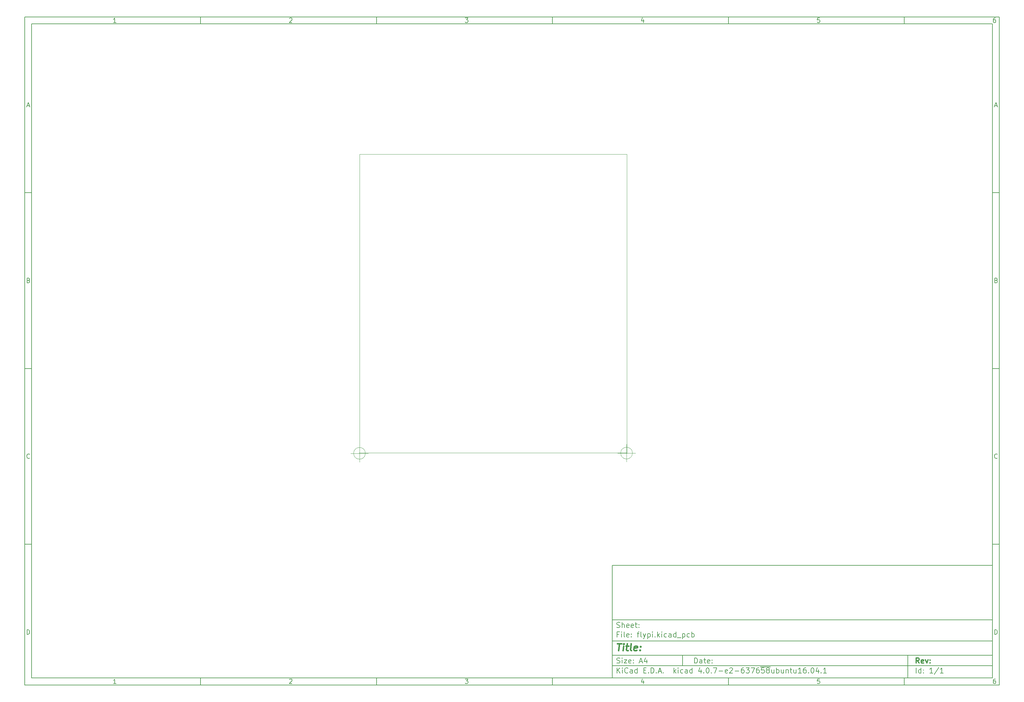
<source format=gbr>
G04 #@! TF.FileFunction,Profile,NP*
%FSLAX46Y46*%
G04 Gerber Fmt 4.6, Leading zero omitted, Abs format (unit mm)*
G04 Created by KiCad (PCBNEW 4.0.7-e2-6376~58~ubuntu16.04.1) date Fri Dec 29 18:16:50 2017*
%MOMM*%
%LPD*%
G01*
G04 APERTURE LIST*
%ADD10C,0.100000*%
%ADD11C,0.150000*%
%ADD12C,0.300000*%
%ADD13C,0.400000*%
G04 APERTURE END LIST*
D10*
D11*
X177002200Y-166007200D02*
X177002200Y-198007200D01*
X285002200Y-198007200D01*
X285002200Y-166007200D01*
X177002200Y-166007200D01*
D10*
D11*
X10000000Y-10000000D02*
X10000000Y-200007200D01*
X287002200Y-200007200D01*
X287002200Y-10000000D01*
X10000000Y-10000000D01*
D10*
D11*
X12000000Y-12000000D02*
X12000000Y-198007200D01*
X285002200Y-198007200D01*
X285002200Y-12000000D01*
X12000000Y-12000000D01*
D10*
D11*
X60000000Y-12000000D02*
X60000000Y-10000000D01*
D10*
D11*
X110000000Y-12000000D02*
X110000000Y-10000000D01*
D10*
D11*
X160000000Y-12000000D02*
X160000000Y-10000000D01*
D10*
D11*
X210000000Y-12000000D02*
X210000000Y-10000000D01*
D10*
D11*
X260000000Y-12000000D02*
X260000000Y-10000000D01*
D10*
D11*
X35990476Y-11588095D02*
X35247619Y-11588095D01*
X35619048Y-11588095D02*
X35619048Y-10288095D01*
X35495238Y-10473810D01*
X35371429Y-10597619D01*
X35247619Y-10659524D01*
D10*
D11*
X85247619Y-10411905D02*
X85309524Y-10350000D01*
X85433333Y-10288095D01*
X85742857Y-10288095D01*
X85866667Y-10350000D01*
X85928571Y-10411905D01*
X85990476Y-10535714D01*
X85990476Y-10659524D01*
X85928571Y-10845238D01*
X85185714Y-11588095D01*
X85990476Y-11588095D01*
D10*
D11*
X135185714Y-10288095D02*
X135990476Y-10288095D01*
X135557143Y-10783333D01*
X135742857Y-10783333D01*
X135866667Y-10845238D01*
X135928571Y-10907143D01*
X135990476Y-11030952D01*
X135990476Y-11340476D01*
X135928571Y-11464286D01*
X135866667Y-11526190D01*
X135742857Y-11588095D01*
X135371429Y-11588095D01*
X135247619Y-11526190D01*
X135185714Y-11464286D01*
D10*
D11*
X185866667Y-10721429D02*
X185866667Y-11588095D01*
X185557143Y-10226190D02*
X185247619Y-11154762D01*
X186052381Y-11154762D01*
D10*
D11*
X235928571Y-10288095D02*
X235309524Y-10288095D01*
X235247619Y-10907143D01*
X235309524Y-10845238D01*
X235433333Y-10783333D01*
X235742857Y-10783333D01*
X235866667Y-10845238D01*
X235928571Y-10907143D01*
X235990476Y-11030952D01*
X235990476Y-11340476D01*
X235928571Y-11464286D01*
X235866667Y-11526190D01*
X235742857Y-11588095D01*
X235433333Y-11588095D01*
X235309524Y-11526190D01*
X235247619Y-11464286D01*
D10*
D11*
X285866667Y-10288095D02*
X285619048Y-10288095D01*
X285495238Y-10350000D01*
X285433333Y-10411905D01*
X285309524Y-10597619D01*
X285247619Y-10845238D01*
X285247619Y-11340476D01*
X285309524Y-11464286D01*
X285371429Y-11526190D01*
X285495238Y-11588095D01*
X285742857Y-11588095D01*
X285866667Y-11526190D01*
X285928571Y-11464286D01*
X285990476Y-11340476D01*
X285990476Y-11030952D01*
X285928571Y-10907143D01*
X285866667Y-10845238D01*
X285742857Y-10783333D01*
X285495238Y-10783333D01*
X285371429Y-10845238D01*
X285309524Y-10907143D01*
X285247619Y-11030952D01*
D10*
D11*
X60000000Y-198007200D02*
X60000000Y-200007200D01*
D10*
D11*
X110000000Y-198007200D02*
X110000000Y-200007200D01*
D10*
D11*
X160000000Y-198007200D02*
X160000000Y-200007200D01*
D10*
D11*
X210000000Y-198007200D02*
X210000000Y-200007200D01*
D10*
D11*
X260000000Y-198007200D02*
X260000000Y-200007200D01*
D10*
D11*
X35990476Y-199595295D02*
X35247619Y-199595295D01*
X35619048Y-199595295D02*
X35619048Y-198295295D01*
X35495238Y-198481010D01*
X35371429Y-198604819D01*
X35247619Y-198666724D01*
D10*
D11*
X85247619Y-198419105D02*
X85309524Y-198357200D01*
X85433333Y-198295295D01*
X85742857Y-198295295D01*
X85866667Y-198357200D01*
X85928571Y-198419105D01*
X85990476Y-198542914D01*
X85990476Y-198666724D01*
X85928571Y-198852438D01*
X85185714Y-199595295D01*
X85990476Y-199595295D01*
D10*
D11*
X135185714Y-198295295D02*
X135990476Y-198295295D01*
X135557143Y-198790533D01*
X135742857Y-198790533D01*
X135866667Y-198852438D01*
X135928571Y-198914343D01*
X135990476Y-199038152D01*
X135990476Y-199347676D01*
X135928571Y-199471486D01*
X135866667Y-199533390D01*
X135742857Y-199595295D01*
X135371429Y-199595295D01*
X135247619Y-199533390D01*
X135185714Y-199471486D01*
D10*
D11*
X185866667Y-198728629D02*
X185866667Y-199595295D01*
X185557143Y-198233390D02*
X185247619Y-199161962D01*
X186052381Y-199161962D01*
D10*
D11*
X235928571Y-198295295D02*
X235309524Y-198295295D01*
X235247619Y-198914343D01*
X235309524Y-198852438D01*
X235433333Y-198790533D01*
X235742857Y-198790533D01*
X235866667Y-198852438D01*
X235928571Y-198914343D01*
X235990476Y-199038152D01*
X235990476Y-199347676D01*
X235928571Y-199471486D01*
X235866667Y-199533390D01*
X235742857Y-199595295D01*
X235433333Y-199595295D01*
X235309524Y-199533390D01*
X235247619Y-199471486D01*
D10*
D11*
X285866667Y-198295295D02*
X285619048Y-198295295D01*
X285495238Y-198357200D01*
X285433333Y-198419105D01*
X285309524Y-198604819D01*
X285247619Y-198852438D01*
X285247619Y-199347676D01*
X285309524Y-199471486D01*
X285371429Y-199533390D01*
X285495238Y-199595295D01*
X285742857Y-199595295D01*
X285866667Y-199533390D01*
X285928571Y-199471486D01*
X285990476Y-199347676D01*
X285990476Y-199038152D01*
X285928571Y-198914343D01*
X285866667Y-198852438D01*
X285742857Y-198790533D01*
X285495238Y-198790533D01*
X285371429Y-198852438D01*
X285309524Y-198914343D01*
X285247619Y-199038152D01*
D10*
D11*
X10000000Y-60000000D02*
X12000000Y-60000000D01*
D10*
D11*
X10000000Y-110000000D02*
X12000000Y-110000000D01*
D10*
D11*
X10000000Y-160000000D02*
X12000000Y-160000000D01*
D10*
D11*
X10690476Y-35216667D02*
X11309524Y-35216667D01*
X10566667Y-35588095D02*
X11000000Y-34288095D01*
X11433333Y-35588095D01*
D10*
D11*
X11092857Y-84907143D02*
X11278571Y-84969048D01*
X11340476Y-85030952D01*
X11402381Y-85154762D01*
X11402381Y-85340476D01*
X11340476Y-85464286D01*
X11278571Y-85526190D01*
X11154762Y-85588095D01*
X10659524Y-85588095D01*
X10659524Y-84288095D01*
X11092857Y-84288095D01*
X11216667Y-84350000D01*
X11278571Y-84411905D01*
X11340476Y-84535714D01*
X11340476Y-84659524D01*
X11278571Y-84783333D01*
X11216667Y-84845238D01*
X11092857Y-84907143D01*
X10659524Y-84907143D01*
D10*
D11*
X11402381Y-135464286D02*
X11340476Y-135526190D01*
X11154762Y-135588095D01*
X11030952Y-135588095D01*
X10845238Y-135526190D01*
X10721429Y-135402381D01*
X10659524Y-135278571D01*
X10597619Y-135030952D01*
X10597619Y-134845238D01*
X10659524Y-134597619D01*
X10721429Y-134473810D01*
X10845238Y-134350000D01*
X11030952Y-134288095D01*
X11154762Y-134288095D01*
X11340476Y-134350000D01*
X11402381Y-134411905D01*
D10*
D11*
X10659524Y-185588095D02*
X10659524Y-184288095D01*
X10969048Y-184288095D01*
X11154762Y-184350000D01*
X11278571Y-184473810D01*
X11340476Y-184597619D01*
X11402381Y-184845238D01*
X11402381Y-185030952D01*
X11340476Y-185278571D01*
X11278571Y-185402381D01*
X11154762Y-185526190D01*
X10969048Y-185588095D01*
X10659524Y-185588095D01*
D10*
D11*
X287002200Y-60000000D02*
X285002200Y-60000000D01*
D10*
D11*
X287002200Y-110000000D02*
X285002200Y-110000000D01*
D10*
D11*
X287002200Y-160000000D02*
X285002200Y-160000000D01*
D10*
D11*
X285692676Y-35216667D02*
X286311724Y-35216667D01*
X285568867Y-35588095D02*
X286002200Y-34288095D01*
X286435533Y-35588095D01*
D10*
D11*
X286095057Y-84907143D02*
X286280771Y-84969048D01*
X286342676Y-85030952D01*
X286404581Y-85154762D01*
X286404581Y-85340476D01*
X286342676Y-85464286D01*
X286280771Y-85526190D01*
X286156962Y-85588095D01*
X285661724Y-85588095D01*
X285661724Y-84288095D01*
X286095057Y-84288095D01*
X286218867Y-84350000D01*
X286280771Y-84411905D01*
X286342676Y-84535714D01*
X286342676Y-84659524D01*
X286280771Y-84783333D01*
X286218867Y-84845238D01*
X286095057Y-84907143D01*
X285661724Y-84907143D01*
D10*
D11*
X286404581Y-135464286D02*
X286342676Y-135526190D01*
X286156962Y-135588095D01*
X286033152Y-135588095D01*
X285847438Y-135526190D01*
X285723629Y-135402381D01*
X285661724Y-135278571D01*
X285599819Y-135030952D01*
X285599819Y-134845238D01*
X285661724Y-134597619D01*
X285723629Y-134473810D01*
X285847438Y-134350000D01*
X286033152Y-134288095D01*
X286156962Y-134288095D01*
X286342676Y-134350000D01*
X286404581Y-134411905D01*
D10*
D11*
X285661724Y-185588095D02*
X285661724Y-184288095D01*
X285971248Y-184288095D01*
X286156962Y-184350000D01*
X286280771Y-184473810D01*
X286342676Y-184597619D01*
X286404581Y-184845238D01*
X286404581Y-185030952D01*
X286342676Y-185278571D01*
X286280771Y-185402381D01*
X286156962Y-185526190D01*
X285971248Y-185588095D01*
X285661724Y-185588095D01*
D10*
D11*
X200359343Y-193785771D02*
X200359343Y-192285771D01*
X200716486Y-192285771D01*
X200930771Y-192357200D01*
X201073629Y-192500057D01*
X201145057Y-192642914D01*
X201216486Y-192928629D01*
X201216486Y-193142914D01*
X201145057Y-193428629D01*
X201073629Y-193571486D01*
X200930771Y-193714343D01*
X200716486Y-193785771D01*
X200359343Y-193785771D01*
X202502200Y-193785771D02*
X202502200Y-193000057D01*
X202430771Y-192857200D01*
X202287914Y-192785771D01*
X202002200Y-192785771D01*
X201859343Y-192857200D01*
X202502200Y-193714343D02*
X202359343Y-193785771D01*
X202002200Y-193785771D01*
X201859343Y-193714343D01*
X201787914Y-193571486D01*
X201787914Y-193428629D01*
X201859343Y-193285771D01*
X202002200Y-193214343D01*
X202359343Y-193214343D01*
X202502200Y-193142914D01*
X203002200Y-192785771D02*
X203573629Y-192785771D01*
X203216486Y-192285771D02*
X203216486Y-193571486D01*
X203287914Y-193714343D01*
X203430772Y-193785771D01*
X203573629Y-193785771D01*
X204645057Y-193714343D02*
X204502200Y-193785771D01*
X204216486Y-193785771D01*
X204073629Y-193714343D01*
X204002200Y-193571486D01*
X204002200Y-193000057D01*
X204073629Y-192857200D01*
X204216486Y-192785771D01*
X204502200Y-192785771D01*
X204645057Y-192857200D01*
X204716486Y-193000057D01*
X204716486Y-193142914D01*
X204002200Y-193285771D01*
X205359343Y-193642914D02*
X205430771Y-193714343D01*
X205359343Y-193785771D01*
X205287914Y-193714343D01*
X205359343Y-193642914D01*
X205359343Y-193785771D01*
X205359343Y-192857200D02*
X205430771Y-192928629D01*
X205359343Y-193000057D01*
X205287914Y-192928629D01*
X205359343Y-192857200D01*
X205359343Y-193000057D01*
D10*
D11*
X177002200Y-194507200D02*
X285002200Y-194507200D01*
D10*
D11*
X178359343Y-196585771D02*
X178359343Y-195085771D01*
X179216486Y-196585771D02*
X178573629Y-195728629D01*
X179216486Y-195085771D02*
X178359343Y-195942914D01*
X179859343Y-196585771D02*
X179859343Y-195585771D01*
X179859343Y-195085771D02*
X179787914Y-195157200D01*
X179859343Y-195228629D01*
X179930771Y-195157200D01*
X179859343Y-195085771D01*
X179859343Y-195228629D01*
X181430772Y-196442914D02*
X181359343Y-196514343D01*
X181145057Y-196585771D01*
X181002200Y-196585771D01*
X180787915Y-196514343D01*
X180645057Y-196371486D01*
X180573629Y-196228629D01*
X180502200Y-195942914D01*
X180502200Y-195728629D01*
X180573629Y-195442914D01*
X180645057Y-195300057D01*
X180787915Y-195157200D01*
X181002200Y-195085771D01*
X181145057Y-195085771D01*
X181359343Y-195157200D01*
X181430772Y-195228629D01*
X182716486Y-196585771D02*
X182716486Y-195800057D01*
X182645057Y-195657200D01*
X182502200Y-195585771D01*
X182216486Y-195585771D01*
X182073629Y-195657200D01*
X182716486Y-196514343D02*
X182573629Y-196585771D01*
X182216486Y-196585771D01*
X182073629Y-196514343D01*
X182002200Y-196371486D01*
X182002200Y-196228629D01*
X182073629Y-196085771D01*
X182216486Y-196014343D01*
X182573629Y-196014343D01*
X182716486Y-195942914D01*
X184073629Y-196585771D02*
X184073629Y-195085771D01*
X184073629Y-196514343D02*
X183930772Y-196585771D01*
X183645058Y-196585771D01*
X183502200Y-196514343D01*
X183430772Y-196442914D01*
X183359343Y-196300057D01*
X183359343Y-195871486D01*
X183430772Y-195728629D01*
X183502200Y-195657200D01*
X183645058Y-195585771D01*
X183930772Y-195585771D01*
X184073629Y-195657200D01*
X185930772Y-195800057D02*
X186430772Y-195800057D01*
X186645058Y-196585771D02*
X185930772Y-196585771D01*
X185930772Y-195085771D01*
X186645058Y-195085771D01*
X187287915Y-196442914D02*
X187359343Y-196514343D01*
X187287915Y-196585771D01*
X187216486Y-196514343D01*
X187287915Y-196442914D01*
X187287915Y-196585771D01*
X188002201Y-196585771D02*
X188002201Y-195085771D01*
X188359344Y-195085771D01*
X188573629Y-195157200D01*
X188716487Y-195300057D01*
X188787915Y-195442914D01*
X188859344Y-195728629D01*
X188859344Y-195942914D01*
X188787915Y-196228629D01*
X188716487Y-196371486D01*
X188573629Y-196514343D01*
X188359344Y-196585771D01*
X188002201Y-196585771D01*
X189502201Y-196442914D02*
X189573629Y-196514343D01*
X189502201Y-196585771D01*
X189430772Y-196514343D01*
X189502201Y-196442914D01*
X189502201Y-196585771D01*
X190145058Y-196157200D02*
X190859344Y-196157200D01*
X190002201Y-196585771D02*
X190502201Y-195085771D01*
X191002201Y-196585771D01*
X191502201Y-196442914D02*
X191573629Y-196514343D01*
X191502201Y-196585771D01*
X191430772Y-196514343D01*
X191502201Y-196442914D01*
X191502201Y-196585771D01*
X194502201Y-196585771D02*
X194502201Y-195085771D01*
X194645058Y-196014343D02*
X195073629Y-196585771D01*
X195073629Y-195585771D02*
X194502201Y-196157200D01*
X195716487Y-196585771D02*
X195716487Y-195585771D01*
X195716487Y-195085771D02*
X195645058Y-195157200D01*
X195716487Y-195228629D01*
X195787915Y-195157200D01*
X195716487Y-195085771D01*
X195716487Y-195228629D01*
X197073630Y-196514343D02*
X196930773Y-196585771D01*
X196645059Y-196585771D01*
X196502201Y-196514343D01*
X196430773Y-196442914D01*
X196359344Y-196300057D01*
X196359344Y-195871486D01*
X196430773Y-195728629D01*
X196502201Y-195657200D01*
X196645059Y-195585771D01*
X196930773Y-195585771D01*
X197073630Y-195657200D01*
X198359344Y-196585771D02*
X198359344Y-195800057D01*
X198287915Y-195657200D01*
X198145058Y-195585771D01*
X197859344Y-195585771D01*
X197716487Y-195657200D01*
X198359344Y-196514343D02*
X198216487Y-196585771D01*
X197859344Y-196585771D01*
X197716487Y-196514343D01*
X197645058Y-196371486D01*
X197645058Y-196228629D01*
X197716487Y-196085771D01*
X197859344Y-196014343D01*
X198216487Y-196014343D01*
X198359344Y-195942914D01*
X199716487Y-196585771D02*
X199716487Y-195085771D01*
X199716487Y-196514343D02*
X199573630Y-196585771D01*
X199287916Y-196585771D01*
X199145058Y-196514343D01*
X199073630Y-196442914D01*
X199002201Y-196300057D01*
X199002201Y-195871486D01*
X199073630Y-195728629D01*
X199145058Y-195657200D01*
X199287916Y-195585771D01*
X199573630Y-195585771D01*
X199716487Y-195657200D01*
X202216487Y-195585771D02*
X202216487Y-196585771D01*
X201859344Y-195014343D02*
X201502201Y-196085771D01*
X202430773Y-196085771D01*
X203002201Y-196442914D02*
X203073629Y-196514343D01*
X203002201Y-196585771D01*
X202930772Y-196514343D01*
X203002201Y-196442914D01*
X203002201Y-196585771D01*
X204002201Y-195085771D02*
X204145058Y-195085771D01*
X204287915Y-195157200D01*
X204359344Y-195228629D01*
X204430773Y-195371486D01*
X204502201Y-195657200D01*
X204502201Y-196014343D01*
X204430773Y-196300057D01*
X204359344Y-196442914D01*
X204287915Y-196514343D01*
X204145058Y-196585771D01*
X204002201Y-196585771D01*
X203859344Y-196514343D01*
X203787915Y-196442914D01*
X203716487Y-196300057D01*
X203645058Y-196014343D01*
X203645058Y-195657200D01*
X203716487Y-195371486D01*
X203787915Y-195228629D01*
X203859344Y-195157200D01*
X204002201Y-195085771D01*
X205145058Y-196442914D02*
X205216486Y-196514343D01*
X205145058Y-196585771D01*
X205073629Y-196514343D01*
X205145058Y-196442914D01*
X205145058Y-196585771D01*
X205716487Y-195085771D02*
X206716487Y-195085771D01*
X206073630Y-196585771D01*
X207287915Y-196014343D02*
X208430772Y-196014343D01*
X209716486Y-196514343D02*
X209573629Y-196585771D01*
X209287915Y-196585771D01*
X209145058Y-196514343D01*
X209073629Y-196371486D01*
X209073629Y-195800057D01*
X209145058Y-195657200D01*
X209287915Y-195585771D01*
X209573629Y-195585771D01*
X209716486Y-195657200D01*
X209787915Y-195800057D01*
X209787915Y-195942914D01*
X209073629Y-196085771D01*
X210359343Y-195228629D02*
X210430772Y-195157200D01*
X210573629Y-195085771D01*
X210930772Y-195085771D01*
X211073629Y-195157200D01*
X211145058Y-195228629D01*
X211216486Y-195371486D01*
X211216486Y-195514343D01*
X211145058Y-195728629D01*
X210287915Y-196585771D01*
X211216486Y-196585771D01*
X211859343Y-196014343D02*
X213002200Y-196014343D01*
X214359343Y-195085771D02*
X214073629Y-195085771D01*
X213930772Y-195157200D01*
X213859343Y-195228629D01*
X213716486Y-195442914D01*
X213645057Y-195728629D01*
X213645057Y-196300057D01*
X213716486Y-196442914D01*
X213787914Y-196514343D01*
X213930772Y-196585771D01*
X214216486Y-196585771D01*
X214359343Y-196514343D01*
X214430772Y-196442914D01*
X214502200Y-196300057D01*
X214502200Y-195942914D01*
X214430772Y-195800057D01*
X214359343Y-195728629D01*
X214216486Y-195657200D01*
X213930772Y-195657200D01*
X213787914Y-195728629D01*
X213716486Y-195800057D01*
X213645057Y-195942914D01*
X215002200Y-195085771D02*
X215930771Y-195085771D01*
X215430771Y-195657200D01*
X215645057Y-195657200D01*
X215787914Y-195728629D01*
X215859343Y-195800057D01*
X215930771Y-195942914D01*
X215930771Y-196300057D01*
X215859343Y-196442914D01*
X215787914Y-196514343D01*
X215645057Y-196585771D01*
X215216485Y-196585771D01*
X215073628Y-196514343D01*
X215002200Y-196442914D01*
X216430771Y-195085771D02*
X217430771Y-195085771D01*
X216787914Y-196585771D01*
X218645056Y-195085771D02*
X218359342Y-195085771D01*
X218216485Y-195157200D01*
X218145056Y-195228629D01*
X218002199Y-195442914D01*
X217930770Y-195728629D01*
X217930770Y-196300057D01*
X218002199Y-196442914D01*
X218073627Y-196514343D01*
X218216485Y-196585771D01*
X218502199Y-196585771D01*
X218645056Y-196514343D01*
X218716485Y-196442914D01*
X218787913Y-196300057D01*
X218787913Y-195942914D01*
X218716485Y-195800057D01*
X218645056Y-195728629D01*
X218502199Y-195657200D01*
X218216485Y-195657200D01*
X218073627Y-195728629D01*
X218002199Y-195800057D01*
X217930770Y-195942914D01*
X220145056Y-195085771D02*
X219430770Y-195085771D01*
X219359341Y-195800057D01*
X219430770Y-195728629D01*
X219573627Y-195657200D01*
X219930770Y-195657200D01*
X220073627Y-195728629D01*
X220145056Y-195800057D01*
X220216484Y-195942914D01*
X220216484Y-196300057D01*
X220145056Y-196442914D01*
X220073627Y-196514343D01*
X219930770Y-196585771D01*
X219573627Y-196585771D01*
X219430770Y-196514343D01*
X219359341Y-196442914D01*
X221073627Y-195728629D02*
X220930769Y-195657200D01*
X220859341Y-195585771D01*
X220787912Y-195442914D01*
X220787912Y-195371486D01*
X220859341Y-195228629D01*
X220930769Y-195157200D01*
X221073627Y-195085771D01*
X221359341Y-195085771D01*
X221502198Y-195157200D01*
X221573627Y-195228629D01*
X221645055Y-195371486D01*
X221645055Y-195442914D01*
X221573627Y-195585771D01*
X221502198Y-195657200D01*
X221359341Y-195728629D01*
X221073627Y-195728629D01*
X220930769Y-195800057D01*
X220859341Y-195871486D01*
X220787912Y-196014343D01*
X220787912Y-196300057D01*
X220859341Y-196442914D01*
X220930769Y-196514343D01*
X221073627Y-196585771D01*
X221359341Y-196585771D01*
X221502198Y-196514343D01*
X221573627Y-196442914D01*
X221645055Y-196300057D01*
X221645055Y-196014343D01*
X221573627Y-195871486D01*
X221502198Y-195800057D01*
X221359341Y-195728629D01*
X219073627Y-194827200D02*
X221930769Y-194827200D01*
X222930769Y-195585771D02*
X222930769Y-196585771D01*
X222287912Y-195585771D02*
X222287912Y-196371486D01*
X222359340Y-196514343D01*
X222502198Y-196585771D01*
X222716483Y-196585771D01*
X222859340Y-196514343D01*
X222930769Y-196442914D01*
X223645055Y-196585771D02*
X223645055Y-195085771D01*
X223645055Y-195657200D02*
X223787912Y-195585771D01*
X224073626Y-195585771D01*
X224216483Y-195657200D01*
X224287912Y-195728629D01*
X224359341Y-195871486D01*
X224359341Y-196300057D01*
X224287912Y-196442914D01*
X224216483Y-196514343D01*
X224073626Y-196585771D01*
X223787912Y-196585771D01*
X223645055Y-196514343D01*
X225645055Y-195585771D02*
X225645055Y-196585771D01*
X225002198Y-195585771D02*
X225002198Y-196371486D01*
X225073626Y-196514343D01*
X225216484Y-196585771D01*
X225430769Y-196585771D01*
X225573626Y-196514343D01*
X225645055Y-196442914D01*
X226359341Y-195585771D02*
X226359341Y-196585771D01*
X226359341Y-195728629D02*
X226430769Y-195657200D01*
X226573627Y-195585771D01*
X226787912Y-195585771D01*
X226930769Y-195657200D01*
X227002198Y-195800057D01*
X227002198Y-196585771D01*
X227502198Y-195585771D02*
X228073627Y-195585771D01*
X227716484Y-195085771D02*
X227716484Y-196371486D01*
X227787912Y-196514343D01*
X227930770Y-196585771D01*
X228073627Y-196585771D01*
X229216484Y-195585771D02*
X229216484Y-196585771D01*
X228573627Y-195585771D02*
X228573627Y-196371486D01*
X228645055Y-196514343D01*
X228787913Y-196585771D01*
X229002198Y-196585771D01*
X229145055Y-196514343D01*
X229216484Y-196442914D01*
X230716484Y-196585771D02*
X229859341Y-196585771D01*
X230287913Y-196585771D02*
X230287913Y-195085771D01*
X230145056Y-195300057D01*
X230002198Y-195442914D01*
X229859341Y-195514343D01*
X232002198Y-195085771D02*
X231716484Y-195085771D01*
X231573627Y-195157200D01*
X231502198Y-195228629D01*
X231359341Y-195442914D01*
X231287912Y-195728629D01*
X231287912Y-196300057D01*
X231359341Y-196442914D01*
X231430769Y-196514343D01*
X231573627Y-196585771D01*
X231859341Y-196585771D01*
X232002198Y-196514343D01*
X232073627Y-196442914D01*
X232145055Y-196300057D01*
X232145055Y-195942914D01*
X232073627Y-195800057D01*
X232002198Y-195728629D01*
X231859341Y-195657200D01*
X231573627Y-195657200D01*
X231430769Y-195728629D01*
X231359341Y-195800057D01*
X231287912Y-195942914D01*
X232787912Y-196442914D02*
X232859340Y-196514343D01*
X232787912Y-196585771D01*
X232716483Y-196514343D01*
X232787912Y-196442914D01*
X232787912Y-196585771D01*
X233787912Y-195085771D02*
X233930769Y-195085771D01*
X234073626Y-195157200D01*
X234145055Y-195228629D01*
X234216484Y-195371486D01*
X234287912Y-195657200D01*
X234287912Y-196014343D01*
X234216484Y-196300057D01*
X234145055Y-196442914D01*
X234073626Y-196514343D01*
X233930769Y-196585771D01*
X233787912Y-196585771D01*
X233645055Y-196514343D01*
X233573626Y-196442914D01*
X233502198Y-196300057D01*
X233430769Y-196014343D01*
X233430769Y-195657200D01*
X233502198Y-195371486D01*
X233573626Y-195228629D01*
X233645055Y-195157200D01*
X233787912Y-195085771D01*
X235573626Y-195585771D02*
X235573626Y-196585771D01*
X235216483Y-195014343D02*
X234859340Y-196085771D01*
X235787912Y-196085771D01*
X236359340Y-196442914D02*
X236430768Y-196514343D01*
X236359340Y-196585771D01*
X236287911Y-196514343D01*
X236359340Y-196442914D01*
X236359340Y-196585771D01*
X237859340Y-196585771D02*
X237002197Y-196585771D01*
X237430769Y-196585771D02*
X237430769Y-195085771D01*
X237287912Y-195300057D01*
X237145054Y-195442914D01*
X237002197Y-195514343D01*
D10*
D11*
X177002200Y-191507200D02*
X285002200Y-191507200D01*
D10*
D12*
X264216486Y-193785771D02*
X263716486Y-193071486D01*
X263359343Y-193785771D02*
X263359343Y-192285771D01*
X263930771Y-192285771D01*
X264073629Y-192357200D01*
X264145057Y-192428629D01*
X264216486Y-192571486D01*
X264216486Y-192785771D01*
X264145057Y-192928629D01*
X264073629Y-193000057D01*
X263930771Y-193071486D01*
X263359343Y-193071486D01*
X265430771Y-193714343D02*
X265287914Y-193785771D01*
X265002200Y-193785771D01*
X264859343Y-193714343D01*
X264787914Y-193571486D01*
X264787914Y-193000057D01*
X264859343Y-192857200D01*
X265002200Y-192785771D01*
X265287914Y-192785771D01*
X265430771Y-192857200D01*
X265502200Y-193000057D01*
X265502200Y-193142914D01*
X264787914Y-193285771D01*
X266002200Y-192785771D02*
X266359343Y-193785771D01*
X266716485Y-192785771D01*
X267287914Y-193642914D02*
X267359342Y-193714343D01*
X267287914Y-193785771D01*
X267216485Y-193714343D01*
X267287914Y-193642914D01*
X267287914Y-193785771D01*
X267287914Y-192857200D02*
X267359342Y-192928629D01*
X267287914Y-193000057D01*
X267216485Y-192928629D01*
X267287914Y-192857200D01*
X267287914Y-193000057D01*
D10*
D11*
X178287914Y-193714343D02*
X178502200Y-193785771D01*
X178859343Y-193785771D01*
X179002200Y-193714343D01*
X179073629Y-193642914D01*
X179145057Y-193500057D01*
X179145057Y-193357200D01*
X179073629Y-193214343D01*
X179002200Y-193142914D01*
X178859343Y-193071486D01*
X178573629Y-193000057D01*
X178430771Y-192928629D01*
X178359343Y-192857200D01*
X178287914Y-192714343D01*
X178287914Y-192571486D01*
X178359343Y-192428629D01*
X178430771Y-192357200D01*
X178573629Y-192285771D01*
X178930771Y-192285771D01*
X179145057Y-192357200D01*
X179787914Y-193785771D02*
X179787914Y-192785771D01*
X179787914Y-192285771D02*
X179716485Y-192357200D01*
X179787914Y-192428629D01*
X179859342Y-192357200D01*
X179787914Y-192285771D01*
X179787914Y-192428629D01*
X180359343Y-192785771D02*
X181145057Y-192785771D01*
X180359343Y-193785771D01*
X181145057Y-193785771D01*
X182287914Y-193714343D02*
X182145057Y-193785771D01*
X181859343Y-193785771D01*
X181716486Y-193714343D01*
X181645057Y-193571486D01*
X181645057Y-193000057D01*
X181716486Y-192857200D01*
X181859343Y-192785771D01*
X182145057Y-192785771D01*
X182287914Y-192857200D01*
X182359343Y-193000057D01*
X182359343Y-193142914D01*
X181645057Y-193285771D01*
X183002200Y-193642914D02*
X183073628Y-193714343D01*
X183002200Y-193785771D01*
X182930771Y-193714343D01*
X183002200Y-193642914D01*
X183002200Y-193785771D01*
X183002200Y-192857200D02*
X183073628Y-192928629D01*
X183002200Y-193000057D01*
X182930771Y-192928629D01*
X183002200Y-192857200D01*
X183002200Y-193000057D01*
X184787914Y-193357200D02*
X185502200Y-193357200D01*
X184645057Y-193785771D02*
X185145057Y-192285771D01*
X185645057Y-193785771D01*
X186787914Y-192785771D02*
X186787914Y-193785771D01*
X186430771Y-192214343D02*
X186073628Y-193285771D01*
X187002200Y-193285771D01*
D10*
D11*
X263359343Y-196585771D02*
X263359343Y-195085771D01*
X264716486Y-196585771D02*
X264716486Y-195085771D01*
X264716486Y-196514343D02*
X264573629Y-196585771D01*
X264287915Y-196585771D01*
X264145057Y-196514343D01*
X264073629Y-196442914D01*
X264002200Y-196300057D01*
X264002200Y-195871486D01*
X264073629Y-195728629D01*
X264145057Y-195657200D01*
X264287915Y-195585771D01*
X264573629Y-195585771D01*
X264716486Y-195657200D01*
X265430772Y-196442914D02*
X265502200Y-196514343D01*
X265430772Y-196585771D01*
X265359343Y-196514343D01*
X265430772Y-196442914D01*
X265430772Y-196585771D01*
X265430772Y-195657200D02*
X265502200Y-195728629D01*
X265430772Y-195800057D01*
X265359343Y-195728629D01*
X265430772Y-195657200D01*
X265430772Y-195800057D01*
X268073629Y-196585771D02*
X267216486Y-196585771D01*
X267645058Y-196585771D02*
X267645058Y-195085771D01*
X267502201Y-195300057D01*
X267359343Y-195442914D01*
X267216486Y-195514343D01*
X269787914Y-195014343D02*
X268502200Y-196942914D01*
X271073629Y-196585771D02*
X270216486Y-196585771D01*
X270645058Y-196585771D02*
X270645058Y-195085771D01*
X270502201Y-195300057D01*
X270359343Y-195442914D01*
X270216486Y-195514343D01*
D10*
D11*
X177002200Y-187507200D02*
X285002200Y-187507200D01*
D10*
D13*
X178454581Y-188211962D02*
X179597438Y-188211962D01*
X178776010Y-190211962D02*
X179026010Y-188211962D01*
X180014105Y-190211962D02*
X180180771Y-188878629D01*
X180264105Y-188211962D02*
X180156962Y-188307200D01*
X180240295Y-188402438D01*
X180347439Y-188307200D01*
X180264105Y-188211962D01*
X180240295Y-188402438D01*
X180847438Y-188878629D02*
X181609343Y-188878629D01*
X181216486Y-188211962D02*
X181002200Y-189926248D01*
X181073630Y-190116724D01*
X181252201Y-190211962D01*
X181442677Y-190211962D01*
X182395058Y-190211962D02*
X182216487Y-190116724D01*
X182145057Y-189926248D01*
X182359343Y-188211962D01*
X183930772Y-190116724D02*
X183728391Y-190211962D01*
X183347439Y-190211962D01*
X183168867Y-190116724D01*
X183097438Y-189926248D01*
X183192676Y-189164343D01*
X183311724Y-188973867D01*
X183514105Y-188878629D01*
X183895057Y-188878629D01*
X184073629Y-188973867D01*
X184145057Y-189164343D01*
X184121248Y-189354819D01*
X183145057Y-189545295D01*
X184895057Y-190021486D02*
X184978392Y-190116724D01*
X184871248Y-190211962D01*
X184787915Y-190116724D01*
X184895057Y-190021486D01*
X184871248Y-190211962D01*
X185026010Y-188973867D02*
X185109344Y-189069105D01*
X185002200Y-189164343D01*
X184918867Y-189069105D01*
X185026010Y-188973867D01*
X185002200Y-189164343D01*
D10*
D11*
X178859343Y-185600057D02*
X178359343Y-185600057D01*
X178359343Y-186385771D02*
X178359343Y-184885771D01*
X179073629Y-184885771D01*
X179645057Y-186385771D02*
X179645057Y-185385771D01*
X179645057Y-184885771D02*
X179573628Y-184957200D01*
X179645057Y-185028629D01*
X179716485Y-184957200D01*
X179645057Y-184885771D01*
X179645057Y-185028629D01*
X180573629Y-186385771D02*
X180430771Y-186314343D01*
X180359343Y-186171486D01*
X180359343Y-184885771D01*
X181716485Y-186314343D02*
X181573628Y-186385771D01*
X181287914Y-186385771D01*
X181145057Y-186314343D01*
X181073628Y-186171486D01*
X181073628Y-185600057D01*
X181145057Y-185457200D01*
X181287914Y-185385771D01*
X181573628Y-185385771D01*
X181716485Y-185457200D01*
X181787914Y-185600057D01*
X181787914Y-185742914D01*
X181073628Y-185885771D01*
X182430771Y-186242914D02*
X182502199Y-186314343D01*
X182430771Y-186385771D01*
X182359342Y-186314343D01*
X182430771Y-186242914D01*
X182430771Y-186385771D01*
X182430771Y-185457200D02*
X182502199Y-185528629D01*
X182430771Y-185600057D01*
X182359342Y-185528629D01*
X182430771Y-185457200D01*
X182430771Y-185600057D01*
X184073628Y-185385771D02*
X184645057Y-185385771D01*
X184287914Y-186385771D02*
X184287914Y-185100057D01*
X184359342Y-184957200D01*
X184502200Y-184885771D01*
X184645057Y-184885771D01*
X185359343Y-186385771D02*
X185216485Y-186314343D01*
X185145057Y-186171486D01*
X185145057Y-184885771D01*
X185787914Y-185385771D02*
X186145057Y-186385771D01*
X186502199Y-185385771D02*
X186145057Y-186385771D01*
X186002199Y-186742914D01*
X185930771Y-186814343D01*
X185787914Y-186885771D01*
X187073628Y-185385771D02*
X187073628Y-186885771D01*
X187073628Y-185457200D02*
X187216485Y-185385771D01*
X187502199Y-185385771D01*
X187645056Y-185457200D01*
X187716485Y-185528629D01*
X187787914Y-185671486D01*
X187787914Y-186100057D01*
X187716485Y-186242914D01*
X187645056Y-186314343D01*
X187502199Y-186385771D01*
X187216485Y-186385771D01*
X187073628Y-186314343D01*
X188430771Y-186385771D02*
X188430771Y-185385771D01*
X188430771Y-184885771D02*
X188359342Y-184957200D01*
X188430771Y-185028629D01*
X188502199Y-184957200D01*
X188430771Y-184885771D01*
X188430771Y-185028629D01*
X189145057Y-186242914D02*
X189216485Y-186314343D01*
X189145057Y-186385771D01*
X189073628Y-186314343D01*
X189145057Y-186242914D01*
X189145057Y-186385771D01*
X189859343Y-186385771D02*
X189859343Y-184885771D01*
X190002200Y-185814343D02*
X190430771Y-186385771D01*
X190430771Y-185385771D02*
X189859343Y-185957200D01*
X191073629Y-186385771D02*
X191073629Y-185385771D01*
X191073629Y-184885771D02*
X191002200Y-184957200D01*
X191073629Y-185028629D01*
X191145057Y-184957200D01*
X191073629Y-184885771D01*
X191073629Y-185028629D01*
X192430772Y-186314343D02*
X192287915Y-186385771D01*
X192002201Y-186385771D01*
X191859343Y-186314343D01*
X191787915Y-186242914D01*
X191716486Y-186100057D01*
X191716486Y-185671486D01*
X191787915Y-185528629D01*
X191859343Y-185457200D01*
X192002201Y-185385771D01*
X192287915Y-185385771D01*
X192430772Y-185457200D01*
X193716486Y-186385771D02*
X193716486Y-185600057D01*
X193645057Y-185457200D01*
X193502200Y-185385771D01*
X193216486Y-185385771D01*
X193073629Y-185457200D01*
X193716486Y-186314343D02*
X193573629Y-186385771D01*
X193216486Y-186385771D01*
X193073629Y-186314343D01*
X193002200Y-186171486D01*
X193002200Y-186028629D01*
X193073629Y-185885771D01*
X193216486Y-185814343D01*
X193573629Y-185814343D01*
X193716486Y-185742914D01*
X195073629Y-186385771D02*
X195073629Y-184885771D01*
X195073629Y-186314343D02*
X194930772Y-186385771D01*
X194645058Y-186385771D01*
X194502200Y-186314343D01*
X194430772Y-186242914D01*
X194359343Y-186100057D01*
X194359343Y-185671486D01*
X194430772Y-185528629D01*
X194502200Y-185457200D01*
X194645058Y-185385771D01*
X194930772Y-185385771D01*
X195073629Y-185457200D01*
X195430772Y-186528629D02*
X196573629Y-186528629D01*
X196930772Y-185385771D02*
X196930772Y-186885771D01*
X196930772Y-185457200D02*
X197073629Y-185385771D01*
X197359343Y-185385771D01*
X197502200Y-185457200D01*
X197573629Y-185528629D01*
X197645058Y-185671486D01*
X197645058Y-186100057D01*
X197573629Y-186242914D01*
X197502200Y-186314343D01*
X197359343Y-186385771D01*
X197073629Y-186385771D01*
X196930772Y-186314343D01*
X198930772Y-186314343D02*
X198787915Y-186385771D01*
X198502201Y-186385771D01*
X198359343Y-186314343D01*
X198287915Y-186242914D01*
X198216486Y-186100057D01*
X198216486Y-185671486D01*
X198287915Y-185528629D01*
X198359343Y-185457200D01*
X198502201Y-185385771D01*
X198787915Y-185385771D01*
X198930772Y-185457200D01*
X199573629Y-186385771D02*
X199573629Y-184885771D01*
X199573629Y-185457200D02*
X199716486Y-185385771D01*
X200002200Y-185385771D01*
X200145057Y-185457200D01*
X200216486Y-185528629D01*
X200287915Y-185671486D01*
X200287915Y-186100057D01*
X200216486Y-186242914D01*
X200145057Y-186314343D01*
X200002200Y-186385771D01*
X199716486Y-186385771D01*
X199573629Y-186314343D01*
D10*
D11*
X177002200Y-181507200D02*
X285002200Y-181507200D01*
D10*
D11*
X178287914Y-183614343D02*
X178502200Y-183685771D01*
X178859343Y-183685771D01*
X179002200Y-183614343D01*
X179073629Y-183542914D01*
X179145057Y-183400057D01*
X179145057Y-183257200D01*
X179073629Y-183114343D01*
X179002200Y-183042914D01*
X178859343Y-182971486D01*
X178573629Y-182900057D01*
X178430771Y-182828629D01*
X178359343Y-182757200D01*
X178287914Y-182614343D01*
X178287914Y-182471486D01*
X178359343Y-182328629D01*
X178430771Y-182257200D01*
X178573629Y-182185771D01*
X178930771Y-182185771D01*
X179145057Y-182257200D01*
X179787914Y-183685771D02*
X179787914Y-182185771D01*
X180430771Y-183685771D02*
X180430771Y-182900057D01*
X180359342Y-182757200D01*
X180216485Y-182685771D01*
X180002200Y-182685771D01*
X179859342Y-182757200D01*
X179787914Y-182828629D01*
X181716485Y-183614343D02*
X181573628Y-183685771D01*
X181287914Y-183685771D01*
X181145057Y-183614343D01*
X181073628Y-183471486D01*
X181073628Y-182900057D01*
X181145057Y-182757200D01*
X181287914Y-182685771D01*
X181573628Y-182685771D01*
X181716485Y-182757200D01*
X181787914Y-182900057D01*
X181787914Y-183042914D01*
X181073628Y-183185771D01*
X183002199Y-183614343D02*
X182859342Y-183685771D01*
X182573628Y-183685771D01*
X182430771Y-183614343D01*
X182359342Y-183471486D01*
X182359342Y-182900057D01*
X182430771Y-182757200D01*
X182573628Y-182685771D01*
X182859342Y-182685771D01*
X183002199Y-182757200D01*
X183073628Y-182900057D01*
X183073628Y-183042914D01*
X182359342Y-183185771D01*
X183502199Y-182685771D02*
X184073628Y-182685771D01*
X183716485Y-182185771D02*
X183716485Y-183471486D01*
X183787913Y-183614343D01*
X183930771Y-183685771D01*
X184073628Y-183685771D01*
X184573628Y-183542914D02*
X184645056Y-183614343D01*
X184573628Y-183685771D01*
X184502199Y-183614343D01*
X184573628Y-183542914D01*
X184573628Y-183685771D01*
X184573628Y-182757200D02*
X184645056Y-182828629D01*
X184573628Y-182900057D01*
X184502199Y-182828629D01*
X184573628Y-182757200D01*
X184573628Y-182900057D01*
D10*
D11*
X197002200Y-191507200D02*
X197002200Y-194507200D01*
D10*
D11*
X261002200Y-191507200D02*
X261002200Y-198007200D01*
D10*
X105156000Y-49022000D02*
X105156000Y-134112000D01*
X181102000Y-49022000D02*
X181102000Y-134112000D01*
X105156000Y-49022000D02*
X181102000Y-49022000D01*
X106822666Y-134112000D02*
G75*
G03X106822666Y-134112000I-1666666J0D01*
G01*
X102656000Y-134112000D02*
X107656000Y-134112000D01*
X105156000Y-131612000D02*
X105156000Y-136612000D01*
X182716666Y-134050000D02*
G75*
G03X182716666Y-134050000I-1666666J0D01*
G01*
X178550000Y-134050000D02*
X183550000Y-134050000D01*
X181050000Y-131550000D02*
X181050000Y-136550000D01*
X181000000Y-134000000D02*
X105000000Y-134000000D01*
M02*

</source>
